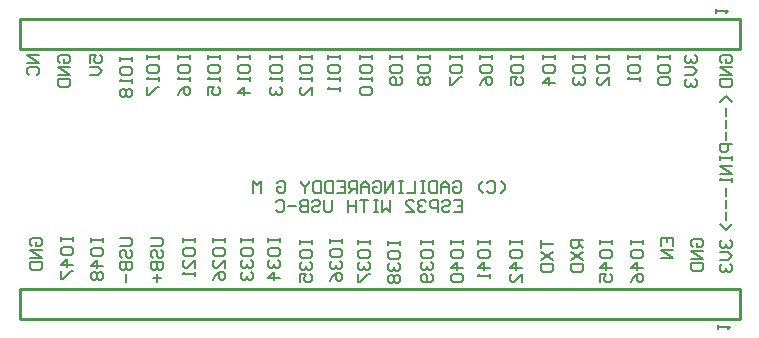
<source format=gbo>
G04*
G04 #@! TF.GenerationSoftware,Altium Limited,Altium Designer,24.5.2 (23)*
G04*
G04 Layer_Color=32896*
%FSLAX25Y25*%
%MOIN*%
G70*
G04*
G04 #@! TF.SameCoordinates,4C7D719B-D633-4967-9843-4E76C81F2032*
G04*
G04*
G04 #@! TF.FilePolarity,Positive*
G04*
G01*
G75*
%ADD12C,0.01000*%
%ADD13C,0.00600*%
D12*
X270000Y0D02*
Y10000D01*
X30000D02*
X270000D01*
X30000Y0D02*
Y10000D01*
Y0D02*
X270000D01*
Y90000D02*
Y100000D01*
X30000D02*
X270000D01*
X30000Y90000D02*
Y100000D01*
Y90000D02*
X270000D01*
D13*
X267400Y72401D02*
X265401Y74400D01*
X263401Y72401D01*
X265401Y70401D02*
Y67735D01*
Y66403D02*
Y63737D01*
Y62404D02*
Y59738D01*
X267400Y58405D02*
X263401D01*
Y56406D01*
X264068Y55739D01*
X265401D01*
X266067Y56406D01*
Y58405D01*
X263401Y54406D02*
Y53074D01*
Y53740D01*
X267400D01*
Y54406D01*
Y53074D01*
Y51074D02*
X263401D01*
X267400Y48408D01*
X263401D01*
X267400Y47076D02*
Y45743D01*
Y46409D01*
X263401D01*
X264068Y47076D01*
X265401Y43743D02*
Y41077D01*
Y39744D02*
Y37079D01*
Y35746D02*
Y33080D01*
X267400Y31747D02*
X265401Y29748D01*
X263401Y31747D01*
X174734Y39599D02*
X177400D01*
Y35600D01*
X174734D01*
X177400Y37599D02*
X176067D01*
X170736Y38932D02*
X171402Y39599D01*
X172735D01*
X173401Y38932D01*
Y38266D01*
X172735Y37599D01*
X171402D01*
X170736Y36933D01*
Y36266D01*
X171402Y35600D01*
X172735D01*
X173401Y36266D01*
X169403Y35600D02*
Y39599D01*
X167403D01*
X166737Y38932D01*
Y37599D01*
X167403Y36933D01*
X169403D01*
X165404Y38932D02*
X164737Y39599D01*
X163405D01*
X162738Y38932D01*
Y38266D01*
X163405Y37599D01*
X164071D01*
X163405D01*
X162738Y36933D01*
Y36266D01*
X163405Y35600D01*
X164737D01*
X165404Y36266D01*
X158739Y35600D02*
X161405D01*
X158739Y38266D01*
Y38932D01*
X159406Y39599D01*
X160739D01*
X161405Y38932D01*
X153408Y39599D02*
Y35600D01*
X152075Y36933D01*
X150742Y35600D01*
Y39599D01*
X149409D02*
X148076D01*
X148743D01*
Y35600D01*
X149409D01*
X148076D01*
X146077Y39599D02*
X143411D01*
X144744D01*
Y35600D01*
X142078Y39599D02*
Y35600D01*
Y37599D01*
X139412D01*
Y39599D01*
Y35600D01*
X134081Y39599D02*
Y36266D01*
X133414Y35600D01*
X132081D01*
X131415Y36266D01*
Y39599D01*
X127416Y38932D02*
X128083Y39599D01*
X129416D01*
X130082Y38932D01*
Y38266D01*
X129416Y37599D01*
X128083D01*
X127416Y36933D01*
Y36266D01*
X128083Y35600D01*
X129416D01*
X130082Y36266D01*
X126083Y39599D02*
Y35600D01*
X124084D01*
X123417Y36266D01*
Y36933D01*
X124084Y37599D01*
X126083D01*
X124084D01*
X123417Y38266D01*
Y38932D01*
X124084Y39599D01*
X126083D01*
X122084Y37599D02*
X119419D01*
X115420Y38932D02*
X116086Y39599D01*
X117419D01*
X118086Y38932D01*
Y36266D01*
X117419Y35600D01*
X116086D01*
X115420Y36266D01*
X190567Y42100D02*
X191900Y43433D01*
Y44766D01*
X190567Y46099D01*
X185902Y45432D02*
X186568Y46099D01*
X187901D01*
X188568Y45432D01*
Y42766D01*
X187901Y42100D01*
X186568D01*
X185902Y42766D01*
X184569Y42100D02*
X183236Y43433D01*
Y44766D01*
X184569Y46099D01*
X174572Y45432D02*
X175239Y46099D01*
X176572D01*
X177238Y45432D01*
Y42766D01*
X176572Y42100D01*
X175239D01*
X174572Y42766D01*
Y44099D01*
X175905D01*
X173239Y42100D02*
Y44766D01*
X171906Y46099D01*
X170574Y44766D01*
Y42100D01*
Y44099D01*
X173239D01*
X169241Y46099D02*
Y42100D01*
X167241D01*
X166575Y42766D01*
Y45432D01*
X167241Y46099D01*
X169241D01*
X165242D02*
X163909D01*
X164576D01*
Y42100D01*
X165242D01*
X163909D01*
X161910Y46099D02*
Y42100D01*
X159244D01*
X157911Y46099D02*
X156578D01*
X157245D01*
Y42100D01*
X157911D01*
X156578D01*
X154579D02*
Y46099D01*
X151913Y42100D01*
Y46099D01*
X147914Y45432D02*
X148581Y46099D01*
X149914D01*
X150580Y45432D01*
Y42766D01*
X149914Y42100D01*
X148581D01*
X147914Y42766D01*
Y44099D01*
X149247D01*
X146581Y42100D02*
Y44766D01*
X145248Y46099D01*
X143915Y44766D01*
Y42100D01*
Y44099D01*
X146581D01*
X142583Y42100D02*
Y46099D01*
X140583D01*
X139917Y45432D01*
Y44099D01*
X140583Y43433D01*
X142583D01*
X141250D02*
X139917Y42100D01*
X135918Y46099D02*
X138584D01*
Y42100D01*
X135918D01*
X138584Y44099D02*
X137251D01*
X134585Y46099D02*
Y42100D01*
X132586D01*
X131919Y42766D01*
Y45432D01*
X132586Y46099D01*
X134585D01*
X130586D02*
Y42100D01*
X128587D01*
X127921Y42766D01*
Y45432D01*
X128587Y46099D01*
X130586D01*
X126588D02*
Y45432D01*
X125255Y44099D01*
X123922Y45432D01*
Y46099D01*
X125255Y44099D02*
Y42100D01*
X115925Y45432D02*
X116591Y46099D01*
X117924D01*
X118590Y45432D01*
Y42766D01*
X117924Y42100D01*
X116591D01*
X115925Y42766D01*
Y44099D01*
X117257D01*
X110593Y42100D02*
Y46099D01*
X109260Y44766D01*
X107927Y46099D01*
Y42100D01*
X63401Y26900D02*
X66734D01*
X67400Y26234D01*
Y24901D01*
X66734Y24234D01*
X63401D01*
X64068Y20235D02*
X63401Y20902D01*
Y22235D01*
X64068Y22901D01*
X64734D01*
X65401Y22235D01*
Y20902D01*
X66067Y20235D01*
X66734D01*
X67400Y20902D01*
Y22235D01*
X66734Y22901D01*
X63401Y18903D02*
X67400D01*
Y16903D01*
X66734Y16237D01*
X66067D01*
X65401Y16903D01*
Y18903D01*
Y16903D01*
X64734Y16237D01*
X64068D01*
X63401Y16903D01*
Y18903D01*
X65401Y14904D02*
Y12238D01*
X53945Y27082D02*
Y25749D01*
Y26415D01*
X57944D01*
Y27082D01*
Y25749D01*
X53945Y21750D02*
Y23083D01*
X54611Y23749D01*
X57277D01*
X57944Y23083D01*
Y21750D01*
X57277Y21083D01*
X54611D01*
X53945Y21750D01*
X57944Y17751D02*
X53945D01*
X55944Y19751D01*
Y17085D01*
X54611Y15752D02*
X53945Y15086D01*
Y13753D01*
X54611Y13086D01*
X55278D01*
X55944Y13753D01*
X56611Y13086D01*
X57277D01*
X57944Y13753D01*
Y15086D01*
X57277Y15752D01*
X56611D01*
X55944Y15086D01*
X55278Y15752D01*
X54611D01*
X55944Y15086D02*
Y13753D01*
X43901Y27400D02*
Y26067D01*
Y26734D01*
X47900D01*
Y27400D01*
Y26067D01*
X43901Y22068D02*
Y23401D01*
X44568Y24068D01*
X47234D01*
X47900Y23401D01*
Y22068D01*
X47234Y21402D01*
X44568D01*
X43901Y22068D01*
X47900Y18070D02*
X43901D01*
X45901Y20069D01*
Y17403D01*
X43901Y16070D02*
Y13405D01*
X44568D01*
X47234Y16070D01*
X47900D01*
X34111Y24416D02*
X33445Y25082D01*
Y26415D01*
X34111Y27082D01*
X36777D01*
X37444Y26415D01*
Y25082D01*
X36777Y24416D01*
X35444D01*
Y25749D01*
X37444Y23083D02*
X33445D01*
X37444Y20417D01*
X33445D01*
Y19084D02*
X37444D01*
Y17085D01*
X36777Y16418D01*
X34111D01*
X33445Y17085D01*
Y19084D01*
X103901Y26900D02*
Y25567D01*
Y26234D01*
X107900D01*
Y26900D01*
Y25567D01*
X103901Y21568D02*
Y22901D01*
X104568Y23568D01*
X107234D01*
X107900Y22901D01*
Y21568D01*
X107234Y20902D01*
X104568D01*
X103901Y21568D01*
X104568Y19569D02*
X103901Y18903D01*
Y17570D01*
X104568Y16903D01*
X105234D01*
X105901Y17570D01*
Y18236D01*
Y17570D01*
X106567Y16903D01*
X107234D01*
X107900Y17570D01*
Y18903D01*
X107234Y19569D01*
X104568Y15570D02*
X103901Y14904D01*
Y13571D01*
X104568Y12904D01*
X105234D01*
X105901Y13571D01*
Y14237D01*
Y13571D01*
X106567Y12904D01*
X107234D01*
X107900Y13571D01*
Y14904D01*
X107234Y15570D01*
X94401Y26900D02*
Y25567D01*
Y26234D01*
X98400D01*
Y26900D01*
Y25567D01*
X94401Y21568D02*
Y22901D01*
X95068Y23568D01*
X97734D01*
X98400Y22901D01*
Y21568D01*
X97734Y20902D01*
X95068D01*
X94401Y21568D01*
X98400Y16903D02*
Y19569D01*
X95734Y16903D01*
X95068D01*
X94401Y17570D01*
Y18903D01*
X95068Y19569D01*
X94401Y12904D02*
X95068Y14237D01*
X96401Y15570D01*
X97734D01*
X98400Y14904D01*
Y13571D01*
X97734Y12904D01*
X97067D01*
X96401Y13571D01*
Y15570D01*
X84401Y26900D02*
Y25567D01*
Y26234D01*
X88400D01*
Y26900D01*
Y25567D01*
X84401Y21568D02*
Y22901D01*
X85068Y23568D01*
X87734D01*
X88400Y22901D01*
Y21568D01*
X87734Y20902D01*
X85068D01*
X84401Y21568D01*
X88400Y16903D02*
Y19569D01*
X85734Y16903D01*
X85068D01*
X84401Y17570D01*
Y18903D01*
X85068Y19569D01*
X88400Y15570D02*
Y14237D01*
Y14904D01*
X84401D01*
X85068Y15570D01*
X73945Y27082D02*
X77277D01*
X77944Y26415D01*
Y25082D01*
X77277Y24416D01*
X73945D01*
X74612Y20417D02*
X73945Y21083D01*
Y22416D01*
X74612Y23083D01*
X75278D01*
X75944Y22416D01*
Y21083D01*
X76611Y20417D01*
X77277D01*
X77944Y21083D01*
Y22416D01*
X77277Y23083D01*
X73945Y19084D02*
X77944D01*
Y17085D01*
X77277Y16418D01*
X76611D01*
X75944Y17085D01*
Y19084D01*
Y17085D01*
X75278Y16418D01*
X74612D01*
X73945Y17085D01*
Y19084D01*
X75944Y15086D02*
Y12420D01*
X74612Y13753D02*
X77277D01*
X142901Y26400D02*
Y25067D01*
Y25734D01*
X146900D01*
Y26400D01*
Y25067D01*
X142901Y21068D02*
Y22401D01*
X143568Y23068D01*
X146233D01*
X146900Y22401D01*
Y21068D01*
X146233Y20402D01*
X143568D01*
X142901Y21068D01*
X143568Y19069D02*
X142901Y18403D01*
Y17070D01*
X143568Y16403D01*
X144234D01*
X144901Y17070D01*
Y17736D01*
Y17070D01*
X145567Y16403D01*
X146233D01*
X146900Y17070D01*
Y18403D01*
X146233Y19069D01*
X142901Y15070D02*
Y12404D01*
X143568D01*
X146233Y15070D01*
X146900D01*
X133445Y26582D02*
Y25249D01*
Y25915D01*
X137444D01*
Y26582D01*
Y25249D01*
X133445Y21250D02*
Y22583D01*
X134111Y23249D01*
X136777D01*
X137444Y22583D01*
Y21250D01*
X136777Y20583D01*
X134111D01*
X133445Y21250D01*
X134111Y19251D02*
X133445Y18584D01*
Y17251D01*
X134111Y16585D01*
X134778D01*
X135444Y17251D01*
Y17918D01*
Y17251D01*
X136111Y16585D01*
X136777D01*
X137444Y17251D01*
Y18584D01*
X136777Y19251D01*
X133445Y12586D02*
X134111Y13919D01*
X135444Y15252D01*
X136777D01*
X137444Y14585D01*
Y13253D01*
X136777Y12586D01*
X136111D01*
X135444Y13253D01*
Y15252D01*
X123401Y26400D02*
Y25067D01*
Y25734D01*
X127400D01*
Y26400D01*
Y25067D01*
X123401Y21068D02*
Y22401D01*
X124068Y23068D01*
X126734D01*
X127400Y22401D01*
Y21068D01*
X126734Y20402D01*
X124068D01*
X123401Y21068D01*
X124068Y19069D02*
X123401Y18403D01*
Y17070D01*
X124068Y16403D01*
X124734D01*
X125401Y17070D01*
Y17736D01*
Y17070D01*
X126067Y16403D01*
X126734D01*
X127400Y17070D01*
Y18403D01*
X126734Y19069D01*
X123401Y12404D02*
Y15070D01*
X125401D01*
X124734Y13737D01*
Y13071D01*
X125401Y12404D01*
X126734D01*
X127400Y13071D01*
Y14404D01*
X126734Y15070D01*
X112945Y27082D02*
Y25749D01*
Y26415D01*
X116944D01*
Y27082D01*
Y25749D01*
X112945Y21750D02*
Y23083D01*
X113611Y23749D01*
X116277D01*
X116944Y23083D01*
Y21750D01*
X116277Y21083D01*
X113611D01*
X112945Y21750D01*
X113611Y19751D02*
X112945Y19084D01*
Y17751D01*
X113611Y17085D01*
X114278D01*
X114944Y17751D01*
Y18418D01*
Y17751D01*
X115611Y17085D01*
X116277D01*
X116944Y17751D01*
Y19084D01*
X116277Y19751D01*
X116944Y13753D02*
X112945D01*
X114944Y15752D01*
Y13086D01*
X182901Y26400D02*
Y25067D01*
Y25734D01*
X186900D01*
Y26400D01*
Y25067D01*
X182901Y21068D02*
Y22401D01*
X183568Y23068D01*
X186233D01*
X186900Y22401D01*
Y21068D01*
X186233Y20402D01*
X183568D01*
X182901Y21068D01*
X186900Y17070D02*
X182901D01*
X184901Y19069D01*
Y16403D01*
X186900Y15070D02*
Y13737D01*
Y14404D01*
X182901D01*
X183568Y15070D01*
X173901Y26400D02*
Y25067D01*
Y25734D01*
X177900D01*
Y26400D01*
Y25067D01*
X173901Y21068D02*
Y22401D01*
X174568Y23068D01*
X177234D01*
X177900Y22401D01*
Y21068D01*
X177234Y20402D01*
X174568D01*
X173901Y21068D01*
X177900Y17070D02*
X173901D01*
X175901Y19069D01*
Y16403D01*
X174568Y15070D02*
X173901Y14404D01*
Y13071D01*
X174568Y12404D01*
X177234D01*
X177900Y13071D01*
Y14404D01*
X177234Y15070D01*
X174568D01*
X163901Y26400D02*
Y25067D01*
Y25734D01*
X167900D01*
Y26400D01*
Y25067D01*
X163901Y21068D02*
Y22401D01*
X164568Y23068D01*
X167234D01*
X167900Y22401D01*
Y21068D01*
X167234Y20402D01*
X164568D01*
X163901Y21068D01*
X164568Y19069D02*
X163901Y18403D01*
Y17070D01*
X164568Y16403D01*
X165234D01*
X165901Y17070D01*
Y17736D01*
Y17070D01*
X166567Y16403D01*
X167234D01*
X167900Y17070D01*
Y18403D01*
X167234Y19069D01*
Y15070D02*
X167900Y14404D01*
Y13071D01*
X167234Y12404D01*
X164568D01*
X163901Y13071D01*
Y14404D01*
X164568Y15070D01*
X165234D01*
X165901Y14404D01*
Y12404D01*
X152945Y26082D02*
Y24749D01*
Y25415D01*
X156944D01*
Y26082D01*
Y24749D01*
X152945Y20750D02*
Y22083D01*
X153612Y22749D01*
X156277D01*
X156944Y22083D01*
Y20750D01*
X156277Y20084D01*
X153612D01*
X152945Y20750D01*
X153612Y18751D02*
X152945Y18084D01*
Y16751D01*
X153612Y16085D01*
X154278D01*
X154944Y16751D01*
Y17418D01*
Y16751D01*
X155611Y16085D01*
X156277D01*
X156944Y16751D01*
Y18084D01*
X156277Y18751D01*
X153612Y14752D02*
X152945Y14085D01*
Y12753D01*
X153612Y12086D01*
X154278D01*
X154944Y12753D01*
X155611Y12086D01*
X156277D01*
X156944Y12753D01*
Y14085D01*
X156277Y14752D01*
X155611D01*
X154944Y14085D01*
X154278Y14752D01*
X153612D01*
X154944Y14085D02*
Y12753D01*
X223401Y26400D02*
Y25067D01*
Y25734D01*
X227400D01*
Y26400D01*
Y25067D01*
X223401Y21068D02*
Y22401D01*
X224068Y23068D01*
X226734D01*
X227400Y22401D01*
Y21068D01*
X226734Y20402D01*
X224068D01*
X223401Y21068D01*
X227400Y17070D02*
X223401D01*
X225401Y19069D01*
Y16403D01*
X223401Y12404D02*
Y15070D01*
X225401D01*
X224734Y13737D01*
Y13071D01*
X225401Y12404D01*
X226734D01*
X227400Y13071D01*
Y14404D01*
X226734Y15070D01*
X217900Y26400D02*
X213901D01*
Y24401D01*
X214568Y23734D01*
X215901D01*
X216567Y24401D01*
Y26400D01*
Y25067D02*
X217900Y23734D01*
X213901Y22401D02*
X217900Y19736D01*
X213901D02*
X217900Y22401D01*
X213901Y18403D02*
X217900D01*
Y16403D01*
X217234Y15737D01*
X214568D01*
X213901Y16403D01*
Y18403D01*
X203901Y26400D02*
Y23734D01*
Y25067D01*
X207900D01*
X203901Y22401D02*
X207900Y19736D01*
X203901D02*
X207900Y22401D01*
X203901Y18403D02*
X207900D01*
Y16403D01*
X207234Y15737D01*
X204568D01*
X203901Y16403D01*
Y18403D01*
X193401Y26400D02*
Y25067D01*
Y25734D01*
X197400D01*
Y26400D01*
Y25067D01*
X193401Y21068D02*
Y22401D01*
X194068Y23068D01*
X196733D01*
X197400Y22401D01*
Y21068D01*
X196733Y20402D01*
X194068D01*
X193401Y21068D01*
X197400Y17070D02*
X193401D01*
X195401Y19069D01*
Y16403D01*
X197400Y12404D02*
Y15070D01*
X194734Y12404D01*
X194068D01*
X193401Y13071D01*
Y14404D01*
X194068Y15070D01*
X233901Y26400D02*
Y25067D01*
Y25734D01*
X237900D01*
Y26400D01*
Y25067D01*
X233901Y21068D02*
Y22401D01*
X234568Y23068D01*
X237234D01*
X237900Y22401D01*
Y21068D01*
X237234Y20402D01*
X234568D01*
X233901Y21068D01*
X237900Y17070D02*
X233901D01*
X235901Y19069D01*
Y16403D01*
X233901Y12404D02*
X234568Y13737D01*
X235901Y15070D01*
X237234D01*
X237900Y14404D01*
Y13071D01*
X237234Y12404D01*
X236567D01*
X235901Y13071D01*
Y15070D01*
X243901Y24234D02*
Y26900D01*
X247900D01*
Y24234D01*
X245901Y26900D02*
Y25567D01*
X247900Y22901D02*
X243901D01*
X247900Y20235D01*
X243901D01*
X254611Y23916D02*
X253945Y24582D01*
Y25915D01*
X254611Y26582D01*
X257277D01*
X257944Y25915D01*
Y24582D01*
X257277Y23916D01*
X255944D01*
Y25249D01*
X257944Y22583D02*
X253945D01*
X257944Y19917D01*
X253945D01*
Y18584D02*
X257944D01*
Y16585D01*
X257277Y15918D01*
X254611D01*
X253945Y16585D01*
Y18584D01*
X264068Y26400D02*
X263401Y25734D01*
Y24401D01*
X264068Y23734D01*
X264734D01*
X265401Y24401D01*
Y25067D01*
Y24401D01*
X266067Y23734D01*
X266734D01*
X267400Y24401D01*
Y25734D01*
X266734Y26400D01*
X263401Y22401D02*
X266067D01*
X267400Y21068D01*
X266067Y19736D01*
X263401D01*
X264068Y18403D02*
X263401Y17736D01*
Y16403D01*
X264068Y15737D01*
X264734D01*
X265401Y16403D01*
Y17070D01*
Y16403D01*
X266067Y15737D01*
X266734D01*
X267400Y16403D01*
Y17736D01*
X266734Y18403D01*
X36400Y87900D02*
X32401D01*
X36400Y85234D01*
X32401D01*
X33068Y81235D02*
X32401Y81902D01*
Y83235D01*
X33068Y83901D01*
X35734D01*
X36400Y83235D01*
Y81902D01*
X35734Y81235D01*
X63401Y87400D02*
Y86067D01*
Y86734D01*
X67400D01*
Y87400D01*
Y86067D01*
X63401Y82068D02*
Y83401D01*
X64068Y84068D01*
X66734D01*
X67400Y83401D01*
Y82068D01*
X66734Y81402D01*
X64068D01*
X63401Y82068D01*
X67400Y80069D02*
Y78736D01*
Y79403D01*
X63401D01*
X64068Y80069D01*
Y76737D02*
X63401Y76070D01*
Y74737D01*
X64068Y74071D01*
X64734D01*
X65401Y74737D01*
X66067Y74071D01*
X66734D01*
X67400Y74737D01*
Y76070D01*
X66734Y76737D01*
X66067D01*
X65401Y76070D01*
X64734Y76737D01*
X64068D01*
X65401Y76070D02*
Y74737D01*
X53401Y85234D02*
Y87900D01*
X55401D01*
X54734Y86567D01*
Y85901D01*
X55401Y85234D01*
X56734D01*
X57400Y85901D01*
Y87234D01*
X56734Y87900D01*
X53401Y83901D02*
X56067D01*
X57400Y82568D01*
X56067Y81235D01*
X53401D01*
X43568Y85234D02*
X42901Y85901D01*
Y87234D01*
X43568Y87900D01*
X46234D01*
X46900Y87234D01*
Y85901D01*
X46234Y85234D01*
X44901D01*
Y86567D01*
X46900Y83901D02*
X42901D01*
X46900Y81235D01*
X42901D01*
Y79903D02*
X46900D01*
Y77903D01*
X46234Y77237D01*
X43568D01*
X42901Y77903D01*
Y79903D01*
X92901Y87900D02*
Y86567D01*
Y87234D01*
X96900D01*
Y87900D01*
Y86567D01*
X92901Y82568D02*
Y83901D01*
X93568Y84568D01*
X96234D01*
X96900Y83901D01*
Y82568D01*
X96234Y81902D01*
X93568D01*
X92901Y82568D01*
X96900Y80569D02*
Y79236D01*
Y79903D01*
X92901D01*
X93568Y80569D01*
X92901Y74571D02*
Y77237D01*
X94901D01*
X94234Y75904D01*
Y75237D01*
X94901Y74571D01*
X96234D01*
X96900Y75237D01*
Y76570D01*
X96234Y77237D01*
X82901Y87900D02*
Y86567D01*
Y87234D01*
X86900D01*
Y87900D01*
Y86567D01*
X82901Y82568D02*
Y83901D01*
X83568Y84568D01*
X86234D01*
X86900Y83901D01*
Y82568D01*
X86234Y81902D01*
X83568D01*
X82901Y82568D01*
X86900Y80569D02*
Y79236D01*
Y79903D01*
X82901D01*
X83568Y80569D01*
X82901Y74571D02*
X83568Y75904D01*
X84901Y77237D01*
X86234D01*
X86900Y76570D01*
Y75237D01*
X86234Y74571D01*
X85567D01*
X84901Y75237D01*
Y77237D01*
X72401Y87900D02*
Y86567D01*
Y87234D01*
X76400D01*
Y87900D01*
Y86567D01*
X72401Y82568D02*
Y83901D01*
X73068Y84568D01*
X75734D01*
X76400Y83901D01*
Y82568D01*
X75734Y81902D01*
X73068D01*
X72401Y82568D01*
X76400Y80569D02*
Y79236D01*
Y79903D01*
X72401D01*
X73068Y80569D01*
X72401Y77237D02*
Y74571D01*
X73068D01*
X75734Y77237D01*
X76400D01*
X123401Y87900D02*
Y86567D01*
Y87234D01*
X127400D01*
Y87900D01*
Y86567D01*
X123401Y82568D02*
Y83901D01*
X124068Y84568D01*
X126734D01*
X127400Y83901D01*
Y82568D01*
X126734Y81902D01*
X124068D01*
X123401Y82568D01*
X127400Y80569D02*
Y79236D01*
Y79903D01*
X123401D01*
X124068Y80569D01*
X127400Y74571D02*
Y77237D01*
X124734Y74571D01*
X124068D01*
X123401Y75237D01*
Y76570D01*
X124068Y77237D01*
X113401Y87900D02*
Y86567D01*
Y87234D01*
X117400D01*
Y87900D01*
Y86567D01*
X113401Y82568D02*
Y83901D01*
X114068Y84568D01*
X116734D01*
X117400Y83901D01*
Y82568D01*
X116734Y81902D01*
X114068D01*
X113401Y82568D01*
X117400Y80569D02*
Y79236D01*
Y79903D01*
X113401D01*
X114068Y80569D01*
Y77237D02*
X113401Y76570D01*
Y75237D01*
X114068Y74571D01*
X114734D01*
X115401Y75237D01*
Y75904D01*
Y75237D01*
X116067Y74571D01*
X116734D01*
X117400Y75237D01*
Y76570D01*
X116734Y77237D01*
X102901Y87900D02*
Y86567D01*
Y87234D01*
X106900D01*
Y87900D01*
Y86567D01*
X102901Y82568D02*
Y83901D01*
X103568Y84568D01*
X106234D01*
X106900Y83901D01*
Y82568D01*
X106234Y81902D01*
X103568D01*
X102901Y82568D01*
X106900Y80569D02*
Y79236D01*
Y79903D01*
X102901D01*
X103568Y80569D01*
X106900Y75237D02*
X102901D01*
X104901Y77237D01*
Y74571D01*
X153401Y87900D02*
Y86567D01*
Y87234D01*
X157400D01*
Y87900D01*
Y86567D01*
X153401Y82568D02*
Y83901D01*
X154068Y84568D01*
X156734D01*
X157400Y83901D01*
Y82568D01*
X156734Y81902D01*
X154068D01*
X153401Y82568D01*
X156734Y80569D02*
X157400Y79903D01*
Y78570D01*
X156734Y77903D01*
X154068D01*
X153401Y78570D01*
Y79903D01*
X154068Y80569D01*
X154734D01*
X155401Y79903D01*
Y77903D01*
X143401Y87900D02*
Y86567D01*
Y87234D01*
X147400D01*
Y87900D01*
Y86567D01*
X143401Y82568D02*
Y83901D01*
X144068Y84568D01*
X146733D01*
X147400Y83901D01*
Y82568D01*
X146733Y81902D01*
X144068D01*
X143401Y82568D01*
X147400Y80569D02*
Y79236D01*
Y79903D01*
X143401D01*
X144068Y80569D01*
Y77237D02*
X143401Y76570D01*
Y75237D01*
X144068Y74571D01*
X146733D01*
X147400Y75237D01*
Y76570D01*
X146733Y77237D01*
X144068D01*
X132901Y87900D02*
Y86567D01*
Y87234D01*
X136900D01*
Y87900D01*
Y86567D01*
X132901Y82568D02*
Y83901D01*
X133568Y84568D01*
X136233D01*
X136900Y83901D01*
Y82568D01*
X136233Y81902D01*
X133568D01*
X132901Y82568D01*
X136900Y80569D02*
Y79236D01*
Y79903D01*
X132901D01*
X133568Y80569D01*
X136900Y77237D02*
Y75904D01*
Y76570D01*
X132901D01*
X133568Y77237D01*
X183401Y87900D02*
Y86567D01*
Y87234D01*
X187400D01*
Y87900D01*
Y86567D01*
X183401Y82568D02*
Y83901D01*
X184068Y84568D01*
X186733D01*
X187400Y83901D01*
Y82568D01*
X186733Y81902D01*
X184068D01*
X183401Y82568D01*
Y77903D02*
X184068Y79236D01*
X185401Y80569D01*
X186733D01*
X187400Y79903D01*
Y78570D01*
X186733Y77903D01*
X186067D01*
X185401Y78570D01*
Y80569D01*
X173401Y87900D02*
Y86567D01*
Y87234D01*
X177400D01*
Y87900D01*
Y86567D01*
X173401Y82568D02*
Y83901D01*
X174068Y84568D01*
X176734D01*
X177400Y83901D01*
Y82568D01*
X176734Y81902D01*
X174068D01*
X173401Y82568D01*
Y80569D02*
Y77903D01*
X174068D01*
X176734Y80569D01*
X177400D01*
X162901Y87900D02*
Y86567D01*
Y87234D01*
X166900D01*
Y87900D01*
Y86567D01*
X162901Y82568D02*
Y83901D01*
X163568Y84568D01*
X166234D01*
X166900Y83901D01*
Y82568D01*
X166234Y81902D01*
X163568D01*
X162901Y82568D01*
X163568Y80569D02*
X162901Y79903D01*
Y78570D01*
X163568Y77903D01*
X164234D01*
X164901Y78570D01*
X165567Y77903D01*
X166234D01*
X166900Y78570D01*
Y79903D01*
X166234Y80569D01*
X165567D01*
X164901Y79903D01*
X164234Y80569D01*
X163568D01*
X164901Y79903D02*
Y78570D01*
X214401Y87900D02*
Y86567D01*
Y87234D01*
X218400D01*
Y87900D01*
Y86567D01*
X214401Y82568D02*
Y83901D01*
X215068Y84568D01*
X217734D01*
X218400Y83901D01*
Y82568D01*
X217734Y81902D01*
X215068D01*
X214401Y82568D01*
X215068Y80569D02*
X214401Y79903D01*
Y78570D01*
X215068Y77903D01*
X215734D01*
X216401Y78570D01*
Y79236D01*
Y78570D01*
X217067Y77903D01*
X217734D01*
X218400Y78570D01*
Y79903D01*
X217734Y80569D01*
X204401Y87900D02*
Y86567D01*
Y87234D01*
X208400D01*
Y87900D01*
Y86567D01*
X204401Y82568D02*
Y83901D01*
X205068Y84568D01*
X207734D01*
X208400Y83901D01*
Y82568D01*
X207734Y81902D01*
X205068D01*
X204401Y82568D01*
X208400Y78570D02*
X204401D01*
X206401Y80569D01*
Y77903D01*
X193901Y87900D02*
Y86567D01*
Y87234D01*
X197900D01*
Y87900D01*
Y86567D01*
X193901Y82568D02*
Y83901D01*
X194568Y84568D01*
X197233D01*
X197900Y83901D01*
Y82568D01*
X197233Y81902D01*
X194568D01*
X193901Y82568D01*
Y77903D02*
Y80569D01*
X195901D01*
X195234Y79236D01*
Y78570D01*
X195901Y77903D01*
X197233D01*
X197900Y78570D01*
Y79903D01*
X197233Y80569D01*
X222401Y87900D02*
Y86567D01*
Y87234D01*
X226400D01*
Y87900D01*
Y86567D01*
X222401Y82568D02*
Y83901D01*
X223068Y84568D01*
X225734D01*
X226400Y83901D01*
Y82568D01*
X225734Y81902D01*
X223068D01*
X222401Y82568D01*
X226400Y77903D02*
Y80569D01*
X223734Y77903D01*
X223068D01*
X222401Y78570D01*
Y79903D01*
X223068Y80569D01*
X232901Y87900D02*
Y86567D01*
Y87234D01*
X236900D01*
Y87900D01*
Y86567D01*
X232901Y82568D02*
Y83901D01*
X233568Y84568D01*
X236234D01*
X236900Y83901D01*
Y82568D01*
X236234Y81902D01*
X233568D01*
X232901Y82568D01*
X236900Y80569D02*
Y79236D01*
Y79903D01*
X232901D01*
X233568Y80569D01*
X242901Y87900D02*
Y86567D01*
Y87234D01*
X246900D01*
Y87900D01*
Y86567D01*
X242901Y82568D02*
Y83901D01*
X243568Y84568D01*
X246234D01*
X246900Y83901D01*
Y82568D01*
X246234Y81902D01*
X243568D01*
X242901Y82568D01*
X243568Y80569D02*
X242901Y79903D01*
Y78570D01*
X243568Y77903D01*
X246234D01*
X246900Y78570D01*
Y79903D01*
X246234Y80569D01*
X243568D01*
X252568Y87900D02*
X251901Y87234D01*
Y85901D01*
X252568Y85234D01*
X253234D01*
X253901Y85901D01*
Y86567D01*
Y85901D01*
X254567Y85234D01*
X255234D01*
X255900Y85901D01*
Y87234D01*
X255234Y87900D01*
X251901Y83901D02*
X254567D01*
X255900Y82568D01*
X254567Y81235D01*
X251901D01*
X252568Y79903D02*
X251901Y79236D01*
Y77903D01*
X252568Y77237D01*
X253234D01*
X253901Y77903D01*
Y78570D01*
Y77903D01*
X254567Y77237D01*
X255234D01*
X255900Y77903D01*
Y79236D01*
X255234Y79903D01*
X264068Y85234D02*
X263401Y85901D01*
Y87234D01*
X264068Y87900D01*
X266734D01*
X267400Y87234D01*
Y85901D01*
X266734Y85234D01*
X265401D01*
Y86567D01*
X267400Y83901D02*
X263401D01*
X267400Y81235D01*
X263401D01*
Y79903D02*
X267400D01*
Y77903D01*
X266734Y77237D01*
X264068D01*
X263401Y77903D01*
Y79903D01*
X262700Y-3400D02*
Y-2067D01*
Y-2733D01*
X266699D01*
X266032Y-3400D01*
X262100Y102100D02*
Y103433D01*
Y102767D01*
X266099D01*
X265432Y102100D01*
M02*

</source>
